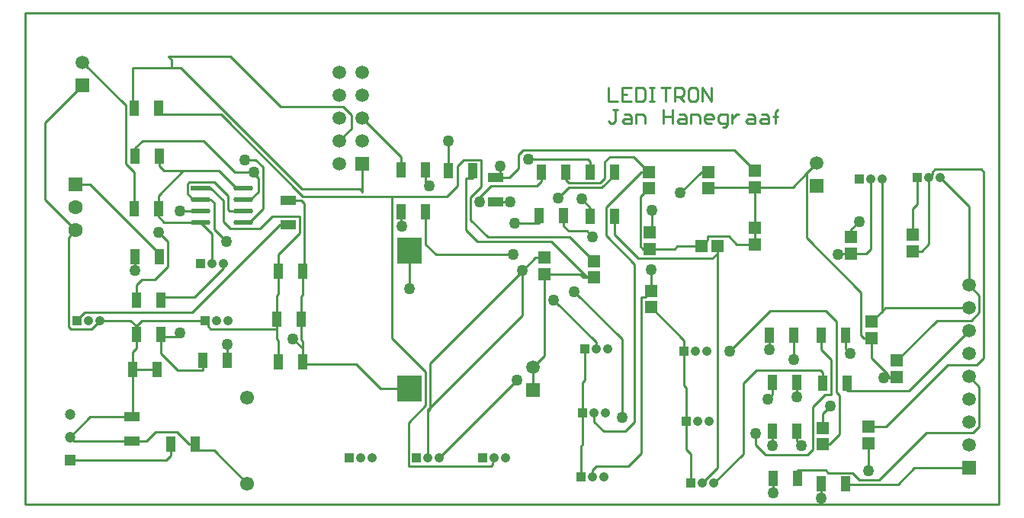
<source format=gtl>
%FSTAX23Y23*%
%MOIN*%
%SFA1B1*%

%IPPOS*%
%AMD19*
4,1,8,0.031300,0.011500,-0.031300,0.011500,-0.042800,0.000000,-0.042800,0.000000,-0.031300,-0.011500,0.031300,-0.011500,0.042800,0.000000,0.042800,0.000000,0.031300,0.011500,0.0*
1,1,0.022960,0.031300,0.000000*
1,1,0.022960,-0.031300,0.000000*
1,1,0.022960,-0.031300,0.000000*
1,1,0.022960,0.031300,0.000000*
%
%ADD13C,0.010000*%
%ADD14R,0.055120X0.055120*%
%ADD15R,0.043310X0.066930*%
%ADD16R,0.055120X0.055120*%
%ADD17R,0.066930X0.043310*%
%ADD18R,0.109840X0.114960*%
G04~CAMADD=19~8~0.0~0.0~855.9~229.7~114.8~0.0~15~0.0~0.0~0.0~0.0~0~0.0~0.0~0.0~0.0~0~0.0~0.0~0.0~0.0~855.9~229.7*
%ADD19D19*%
%ADD20R,0.085590X0.022970*%
%ADD36C,0.041340*%
%ADD37R,0.041340X0.041340*%
%ADD38R,0.059060X0.059060*%
%ADD39C,0.059060*%
%ADD40C,0.061020*%
%ADD41C,0.062990*%
%ADD42R,0.062990X0.062990*%
%ADD43R,0.047240X0.047240*%
%ADD44C,0.047240*%
%ADD45C,0.050000*%
%LNpcb1-1*%
%LPD*%
G54D13*
X01005Y0104D02*
X0526D01*
X01005Y0319D02*
X0526D01*
Y0104D02*
Y0319D01*
X01005Y0104D02*
Y0319D01*
X01645Y02955D02*
Y02985D01*
X0163Y03D02*
X01645Y02985D01*
X0163Y03D02*
X019D01*
X0212Y0278*
X02395*
X0243Y02745*
Y02685D02*
Y02745D01*
X02378Y02633D02*
X0243Y02685D01*
X02378Y0263D02*
Y02633D01*
X04359Y02429D02*
X0442Y0249D01*
X03445Y02034D02*
X0346D01*
X04705Y0168D02*
X04775Y0161D01*
X04777Y01605*
X04785Y01593*
X02932Y02468D02*
X02961D01*
X01804Y0182D02*
Y01845D01*
X02105Y01763D02*
Y01809D01*
X01475Y01423D02*
Y0163D01*
X01596Y01773D02*
X01662D01*
X03144Y0227D02*
X0325D01*
X04591Y01128D02*
X04819D01*
X04381Y0119D02*
X04502D01*
X04596Y01536D02*
X04866D01*
X0475Y01885D02*
X04765Y019D01*
X01596Y01947D02*
X01744D01*
X01997Y02494D02*
X02022Y02469D01*
X01997Y02494D02*
X02003D01*
X01921D02*
X01997D01*
X03744Y0223D02*
Y02328D01*
X03177Y02061D02*
X03235Y0212D01*
X02774Y01659D02*
X03177Y02061D01*
Y02065*
Y01868D02*
Y02061D01*
X02774Y01465D02*
X03177Y01868D01*
X02765Y01456D02*
X02774Y01465D01*
Y01659*
Y01456D02*
Y01465D01*
X02765Y01446D02*
Y01456D01*
X02608Y02388D02*
X02847D01*
X02218D02*
X02608D01*
X0403Y02139D02*
Y0217D01*
Y01201D02*
Y02139D01*
X03081Y0247D02*
X0312D01*
X03081D02*
Y0252D01*
X02216Y01653D02*
X02451D01*
X02216Y01723D02*
Y01755D01*
Y01665D02*
Y01723D01*
X01611Y025D02*
X01695D01*
X04669Y01769D02*
X04705D01*
X04658Y0178D02*
X04669Y01769D01*
X04658Y0178D02*
Y01969D01*
X0442Y02208D02*
X04658Y01969D01*
X0442Y02208D02*
Y0249D01*
X04465Y02535*
X04785Y01593D02*
X04815Y01599D01*
X04758Y01593D02*
X04785D01*
X04705Y0168D02*
Y01769D01*
X02961Y02468D02*
Y025D01*
X02931Y02467D02*
X02932Y02468D01*
X02931Y0224D02*
Y02467D01*
Y0224D02*
X02981Y0219D01*
X03304*
X0346Y02034*
X0349*
X03702Y02159D02*
X03735D01*
X03692Y0217D02*
X03702Y02159D01*
X03692Y0217D02*
Y02386D01*
X0373Y02424*
X01596Y01773D02*
Y01785D01*
Y01702D02*
Y01773D01*
Y01702D02*
X01671Y01627D01*
X0178*
Y0167*
X0177Y02375D02*
X01814D01*
X01829Y0236*
Y02245D02*
Y0236D01*
Y02245D02*
X01885Y0219D01*
X01662Y01773D02*
X01679Y0179D01*
X04363Y01675D02*
Y0178D01*
X04376Y01316D02*
Y0136D01*
Y01316D02*
X04396Y01297D01*
X0427Y01521D02*
Y01575D01*
X0425Y01501D02*
X0427Y01521D01*
X02815Y01245D02*
X03155Y01585D01*
X0168Y02325D02*
X0177D01*
X01586Y02231D02*
X01628Y0219D01*
Y0208D02*
Y0219D01*
X01571Y02023D02*
X01628Y0208D01*
X01513Y02023D02*
X01571D01*
X0149Y02D02*
X01513Y02023D01*
X0149Y01935D02*
Y02D01*
X01485Y02565D02*
Y026D01*
X01516Y02631*
X01784*
X01921Y02494*
X02022Y02409D02*
Y02469D01*
X01987Y02375D02*
X02022Y02409D01*
X01956Y02375D02*
X01987D01*
X01886Y0167D02*
Y0174D01*
X0349Y01402D02*
Y0144D01*
Y01402D02*
X03532Y0136D01*
X03628*
X03668Y014*
Y02092*
X03544Y02216D02*
X03668Y02092D01*
X03544Y02216D02*
Y02342D01*
X03697Y02495*
X0373*
X03735Y0223D02*
X03744D01*
X03385Y0221D02*
X0349Y02105D01*
X02892Y02521D02*
X0292Y02549D01*
X02892Y02433D02*
Y02521D01*
X02608Y01766D02*
Y02388D01*
Y01766D02*
X02754Y0162D01*
Y01475D02*
Y0162D01*
X02679Y01399D02*
X02754Y01475D01*
X02679Y01209D02*
Y01399D01*
Y01209D02*
X03044D01*
X03055Y01245*
X01586Y02763D02*
Y02775D01*
Y02763D02*
X01602Y02746D01*
X0186*
X02218Y02388*
X02847D02*
X02892Y02433D01*
X0292Y02549D02*
X02998D01*
Y0243D02*
Y02549D01*
X02951Y02383D02*
X02998Y0243D01*
X02951Y02285D02*
Y02383D01*
Y02285D02*
X03026Y0221D01*
X03385*
X0374Y01975D02*
Y02069D01*
X02753Y02452D02*
X02771Y02434D01*
X02753Y02452D02*
Y02504D01*
X03614Y01422D02*
Y01763D01*
X03405Y01972D02*
X03614Y01763D01*
X03867Y02403D02*
X03959Y02495D01*
X01963Y02549D02*
X0201D01*
X02043Y02516*
Y02335D02*
Y02516D01*
X01983Y02275D02*
X02043Y02335D01*
X01956Y02275D02*
X01983D01*
X0469Y01188D02*
Y01309D01*
Y0138D02*
X04767D01*
X05037Y0165*
X05165*
X05195Y0168*
Y02495*
X05184Y02506D02*
X05195Y02495D01*
X0498Y02506D02*
X05184D01*
X04969Y02495D02*
X0498Y02506D01*
X04969Y02484D02*
Y02495D01*
X04955Y0247D02*
X04969Y02484D01*
X04615Y02139D02*
X0468D01*
X047Y02159*
Y02465*
X0513Y02D02*
X05175Y01955D01*
Y0188D02*
Y01955D01*
X0514Y01845D02*
X05175Y0188D01*
X0499Y01845D02*
X0514D01*
X04815Y0167D02*
X0499Y01845D01*
X04765Y019D02*
X0513D01*
X0475Y01885D02*
Y02465D01*
X04705Y0184D02*
X0475Y01885D01*
X04376Y01512D02*
X04376Y01512D01*
Y01575*
X03275Y0169D02*
Y02049D01*
X03225Y0164D02*
X03275Y0169D01*
X0149Y01723D02*
Y01785D01*
X01475Y01708D02*
X0149Y01723D01*
X01475Y0163D02*
Y01708D01*
X0147Y01423D02*
X01475D01*
X02105Y01763D02*
X0211Y01758D01*
Y01665D02*
Y01758D01*
Y0196D02*
Y0206D01*
X02105Y01955D02*
X0211Y0196D01*
X02105Y0185D02*
Y01955D01*
X0179Y01845D02*
X01804D01*
Y0182D02*
X01815Y01809D01*
X02105*
Y0185*
X0312Y0247D02*
X0316Y0251D01*
Y02571*
X0318Y02591*
X04103*
X04195Y025*
X03475Y02495D02*
Y0254D01*
X03464Y02551D02*
X03475Y0254D01*
X03204Y02551D02*
X03464D01*
X0306Y02364D02*
X03123D01*
X0306Y02363D02*
X0306Y02364D01*
X03475Y023D02*
Y02338D01*
X03436Y02377D02*
X03475Y02338D01*
X0343Y02049D02*
X03445Y02034D01*
X03275Y02049D02*
X0343D01*
X04955Y0218D02*
Y0247D01*
X04924Y02149D02*
X04955Y0218D01*
X04885Y02149D02*
X04924D01*
X04596Y01536D02*
Y0157D01*
X04866Y01536D02*
X0513Y018D01*
X0449Y01375D02*
Y01438D01*
X04524Y01472*
X04556Y02133D02*
X04562Y02139D01*
X04615*
X04591Y0172D02*
Y0178D01*
Y0172D02*
X04611Y017D01*
X04084Y0171D02*
X0426Y01886D01*
X04505*
X04551Y0184*
Y0153D02*
Y0184D01*
Y0153D02*
X04564Y01517D01*
Y01348D02*
Y01517D01*
X0452Y01304D02*
X04564Y01348D01*
X0449Y01304D02*
X0452D01*
X03712Y01947D02*
X0374Y01975D01*
X03697Y01947D02*
X03712D01*
X03697Y01263D02*
Y01947D01*
X0364Y01206D02*
X03697Y01263D01*
X035Y01206D02*
X0364D01*
X03485Y01191D02*
X035Y01206D01*
X03485Y0116D02*
Y01191D01*
X0346Y02236D02*
X03485Y02211D01*
X0338Y02236D02*
X0346D01*
X03356Y02259D02*
X0338Y02236D01*
X03356Y02259D02*
Y02305D01*
X03959Y02495D02*
X0399D01*
X028Y02133D02*
X03137D01*
X02755Y02178D02*
X028Y02133D01*
X02755Y02178D02*
Y0232D01*
X035Y0172D02*
Y0175D01*
X03315Y01935D02*
X035Y0175D01*
X0306Y0247D02*
X03081D01*
X03581Y02482D02*
Y02495D01*
X03525Y02426D02*
X03581Y02482D01*
X0338Y02426D02*
X03525D01*
X03334Y0238D02*
X0338Y02426D01*
X03664Y02561D02*
X0373Y02495D01*
X03559Y02561D02*
X03664D01*
X03538Y0254D02*
X03559Y02561D01*
X03538Y02468D02*
Y0254D01*
X03516Y02446D02*
X03538Y02468D01*
X03379Y02446D02*
X03516D01*
X03366Y0246D02*
X03379Y02446D01*
X03366Y0246D02*
Y02495D01*
X04485Y01067D02*
Y0113D01*
Y01717D02*
Y0178D01*
Y01717D02*
X04527Y01675D01*
Y01521D02*
Y01675D01*
X04501Y01521D02*
X04527D01*
X04447Y01467D02*
X04501Y01521D01*
X04447Y0128D02*
Y01467D01*
X04424Y01257D02*
X04447Y0128D01*
X0424Y01257D02*
X04424D01*
X04197Y013D02*
X0424Y01257D01*
X04197Y013D02*
Y01351D01*
X04891Y012D02*
X0513D01*
X04819Y01128D02*
X04891Y012D01*
X04591Y01128D02*
Y0113D01*
X0513Y016D02*
X05175Y01555D01*
Y0138D02*
Y01555D01*
X05148Y01353D02*
X05175Y0138D01*
X04943Y01353D02*
X05148D01*
X04738Y01148D02*
X04943Y01353D01*
X0465Y01148D02*
X04738D01*
X04619Y01179D02*
X0465Y01148D01*
X04513Y01179D02*
X04619D01*
X04502Y0119D02*
X04513Y01179D01*
X04381Y01155D02*
Y0119D01*
X0325Y0227D02*
Y02305D01*
X02648Y02257D02*
X02649Y02257D01*
X02648Y02257D02*
Y0232D01*
X02855Y025D02*
Y02631D01*
X02685Y01983D02*
Y02152D01*
X03885Y0171D02*
Y01759D01*
X0374Y01904D02*
X03885Y01759D01*
X0326Y02453D02*
Y02495D01*
X0324Y02433D02*
X0326Y02453D01*
X03039Y02433D02*
X0324D01*
X02991Y02385D02*
X03039Y02433D01*
X02991Y02365D02*
Y02385D01*
X02765Y01245D02*
Y01446D01*
X02774Y01456*
X03235Y0212D02*
X03275D01*
X02216Y0206D02*
Y02085D01*
X02224Y02093*
Y02356*
X0221Y0237D02*
X02224Y02356D01*
X02155Y0237D02*
X0221D01*
X0123Y01845D02*
X01245Y0186D01*
Y01861*
X01265Y0188*
X01734*
X02117Y02263*
X02155*
X0211Y0206D02*
Y02133D01*
X02204Y02227*
Y02301*
X02082D02*
X02204D01*
X02029Y02248D02*
X02082Y02301D01*
X019Y02248D02*
X02029D01*
X01869Y02279D02*
X019Y02248D01*
X01869Y02279D02*
Y0237D01*
X01814Y02425D02*
X01869Y0237D01*
X0177Y02425D02*
X01814D01*
X04007Y02116D02*
X0403Y02139D01*
X03685Y02116D02*
X04007D01*
X03581Y0222D02*
X03685Y02116D01*
X03581Y0222D02*
Y023D01*
X01596Y01935D02*
Y01947D01*
X01744D02*
X0187Y02073D01*
Y02095*
X01485Y02063D02*
Y02125D01*
X01611Y02275D02*
X0177D01*
X01586Y023D02*
X01611Y02275D01*
X01586Y023D02*
Y02335D01*
X0182Y02095D02*
Y02225D01*
X0177Y02275D02*
X0182Y02225D01*
X02175Y01764D02*
X02216Y01723D01*
X04615Y0221D02*
Y02244D01*
X0465Y02279*
X0449Y0157D02*
Y01619D01*
X0448Y01629D02*
X0449Y01619D01*
X042Y01629D02*
X0448D01*
X04142Y01571D02*
X042Y01629D01*
X04142Y01262D02*
Y01571D01*
X04015Y01135D02*
X04142Y01262D01*
X02646Y02504D02*
Y02561D01*
X02478Y0273D02*
X02646Y02561D01*
X04195Y02429D02*
X04359D01*
X0133Y01845D02*
X01465D01*
X0149Y0182*
X04256Y01717D02*
X04257Y01717D01*
X04256Y01717D02*
Y0178D01*
X03852Y0217D02*
X0396D01*
X03842Y02159D02*
X03852Y0217D01*
X03735Y02159D02*
X03842D01*
X0513Y02D02*
Y02345D01*
X05005Y0247D02*
X0513Y02345D01*
X02216Y01653D02*
Y01665D01*
X02451Y01653D02*
X02556Y01547D01*
X02685*
X01515Y01845D02*
X0179D01*
X0149Y0182D02*
X01515Y01845D01*
X0149Y01785D02*
Y0182D01*
X0427Y01297D02*
Y0136D01*
X04113Y02179D02*
X04195D01*
X04079Y02213D02*
X04113Y02179D01*
X03988Y02213D02*
X04079D01*
X03988Y02198D02*
Y02213D01*
X0396Y0217D02*
X03988Y02198D01*
X04275Y01092D02*
Y01155D01*
X04905Y02355D02*
Y0247D01*
X04885Y02335D02*
X04905Y02355D01*
X04885Y0222D02*
Y02335D01*
X01719Y01305D02*
X01746D01*
X01666Y01358D02*
X01719Y01305D01*
X01575Y01358D02*
X01666D01*
X01534Y01316D02*
X01575Y01358D01*
X0147Y01316D02*
X01534D01*
X01475Y0163D02*
X01581D01*
X0345Y01585D02*
Y0172D01*
X0344Y01575D02*
X0345Y01585D01*
X0344Y0144D02*
Y01575D01*
Y01302D02*
Y0144D01*
X03435Y01297D02*
X0344Y01302D01*
X03435Y0116D02*
Y01297D01*
X03225Y0154D02*
Y0164D01*
X03885Y01562D02*
Y0171D01*
Y01562D02*
X03895Y01552D01*
Y01405D02*
Y01552D01*
Y0128D02*
Y01405D01*
Y0128D02*
X03915Y0126D01*
Y01135D02*
Y0126D01*
X04195Y0225D02*
Y02429D01*
Y02179D02*
Y0225D01*
X02216Y01957D02*
Y0206D01*
X02211Y01952D02*
X02216Y01957D01*
X02211Y0185D02*
Y01952D01*
Y0176D02*
Y0185D01*
Y0176D02*
X02216Y01755D01*
X01294Y01809D02*
X0133Y01845D01*
X01203Y01809D02*
X01294D01*
X01194Y01818D02*
X01203Y01809D01*
X01194Y01818D02*
Y02209D01*
X01225Y0224*
X0109Y02375D02*
X01225Y0224D01*
X0109Y02375D02*
Y0271D01*
X01255Y02875*
X0183Y01276D02*
X01975Y01132D01*
X01762Y01276D02*
X0183D01*
X01746Y01293D02*
X01762Y01276D01*
X01746Y01293D02*
Y01305D01*
X012Y01335D02*
X01218Y01316D01*
X0147*
X012Y01335D02*
X01288Y01423D01*
X0147*
X03995Y02429D02*
X04195D01*
X0399Y02424D02*
X03995Y02429D01*
X01738Y02375D02*
X0177D01*
X01712Y02401D02*
X01738Y02375D01*
X01712Y02401D02*
Y02442D01*
X0172Y02451*
X01829*
X0189Y0239*
Y02332D02*
Y0239D01*
Y02332D02*
X01898Y02325D01*
X01956*
X0148Y02335D02*
Y02493D01*
X01443Y0253D02*
X0148Y02493D01*
X01443Y0253D02*
Y02786D01*
X01255Y02975D02*
X01443Y02786D01*
X012Y01235D02*
X0162D01*
X0164Y01255*
Y01305*
X01225Y0244D02*
X01288D01*
X01591Y02136*
Y02125D02*
Y02136D01*
X03965Y01135D02*
Y01135D01*
X0403Y01201*
X01591Y0252D02*
Y02565D01*
Y0252D02*
X01611Y025D01*
X01851D02*
X01926Y02425D01*
X01956*
X01586Y02335D02*
Y02391D01*
X01695Y025*
X01851*
X01475Y0278D02*
Y0295D01*
X01685*
X02215Y0242*
X02466*
X02478Y02408*
Y0253*
X03555Y02865D02*
Y02805D01*
X03594*
X03654Y02865D02*
X03614D01*
Y02805*
X03654*
X03614Y02835D02*
X03634D01*
X03674Y02865D02*
Y02805D01*
X03704*
X03714Y02815*
Y02855*
X03704Y02865*
X03674*
X03734D02*
X03754D01*
X03744*
Y02805*
X03734*
X03754*
X03784Y02865D02*
X03824D01*
X03804*
Y02805*
X03844D02*
Y02865D01*
X03874*
X03884Y02855*
Y02835*
X03874Y02825*
X03844*
X03864D02*
X03884Y02805D01*
X03934Y02865D02*
X03914D01*
X03904Y02855*
Y02815*
X03914Y02805*
X03934*
X03944Y02815*
Y02855*
X03934Y02865*
X03964Y02805D02*
Y02865D01*
X04004Y02805*
Y02865*
X03594Y02769D02*
X03574D01*
X03584*
Y02719*
X03574Y02709*
X03565*
X03555Y02719*
X03624Y02749D02*
X03644D01*
X03654Y02739*
Y02709*
X03624*
X03614Y02719*
X03624Y02729*
X03654*
X03674Y02709D02*
Y02749D01*
X03704*
X03714Y02739*
Y02709*
X03794Y02769D02*
Y02709D01*
Y02739*
X03834*
Y02769*
Y02709*
X03864Y02749D02*
X03884D01*
X03894Y02739*
Y02709*
X03864*
X03854Y02719*
X03864Y02729*
X03894*
X03914Y02709D02*
Y02749D01*
X03944*
X03954Y02739*
Y02709*
X04004D02*
X03984D01*
X03974Y02719*
Y02739*
X03984Y02749*
X04004*
X04014Y02739*
Y02729*
X03974*
X04054Y0269D02*
X04064D01*
X04074Y027*
Y02749*
X04044*
X04034Y02739*
Y02719*
X04044Y02709*
X04074*
X04094Y02749D02*
Y02709D01*
Y02729*
X04104Y02739*
X04114Y02749*
X04124*
X04164D02*
X04184D01*
X04194Y02739*
Y02709*
X04164*
X04154Y02719*
X04164Y02729*
X04194*
X04224Y02749D02*
X04244D01*
X04254Y02739*
Y02709*
X04224*
X04214Y02719*
X04224Y02729*
X04254*
X04284Y02709D02*
Y02759D01*
Y02739*
X04274*
X04294*
X04284*
Y02759*
X04294Y02769*
G54D14*
X04885Y02149D03*
Y0222D03*
X04615Y02139D03*
Y0221D03*
X04815Y01599D03*
Y0167D03*
X04705Y01769D03*
Y0184D03*
X0469Y01309D03*
Y0138D03*
X0449Y01304D03*
Y01375D03*
X04195Y02179D03*
Y0225D03*
Y02429D03*
Y025D03*
X0399Y02424D03*
Y02495D03*
X0374Y01904D03*
Y01975D03*
X0349Y02034D03*
Y02105D03*
X03275Y02049D03*
Y0212D03*
X03735Y02159D03*
Y0223D03*
X0373Y02424D03*
Y02495D03*
G54D15*
X04591Y0113D03*
X04485D03*
X04596Y0157D03*
X0449D03*
X04591Y0178D03*
X04485D03*
X04381Y01155D03*
X04275D03*
X04376Y0136D03*
X0427D03*
X04376Y01575D03*
X0427D03*
X04363Y0178D03*
X04256D03*
X03581Y023D03*
X03475D03*
X03581Y02495D03*
X03475D03*
X03356Y02305D03*
X0325D03*
X03366Y02495D03*
X0326D03*
X02961Y025D03*
X02855D03*
X02755Y0232D03*
X02648D03*
X02753Y02504D03*
X02646D03*
X01586Y02775D03*
X0148D03*
X02216Y0206D03*
X0211D03*
X02211Y0185D03*
X02105D03*
X02216Y01665D03*
X0211D03*
X01591Y02565D03*
X01485D03*
X01586Y02335D03*
X0148D03*
X01591Y02125D03*
X01485D03*
X01596Y01935D03*
X0149D03*
X01886Y0167D03*
X0178D03*
X01746Y01305D03*
X0164D03*
X01581Y0163D03*
X01475D03*
X01596Y01785D03*
X0149D03*
G54D16*
X0396Y0217D03*
X0403D03*
G54D17*
X0306Y0247D03*
Y02363D03*
X02155Y0237D03*
Y02263D03*
X0147Y01423D03*
Y01316D03*
G54D18*
X02685Y01547D03*
Y02152D03*
G54D19*
X01956Y02425D03*
Y02375D03*
Y02325D03*
Y02275D03*
X0177D03*
Y02325D03*
Y02375D03*
G54D20*
X0177Y02425D03*
G54D36*
X03995Y01405D03*
X03945D03*
X03485Y0116D03*
X03535D03*
X04955Y0247D03*
X05005D03*
X047Y02465D03*
X0475D03*
X035Y0172D03*
X0355D03*
X03935Y0171D03*
X03985D03*
X03965Y01135D03*
X04015D03*
X03055Y01245D03*
X03105D03*
X02765D03*
X02815D03*
X0247D03*
X0252D03*
X0349Y0144D03*
X0354D03*
X0182Y02095D03*
X0187D03*
X0184Y01845D03*
X0189D03*
X0128D03*
X0133D03*
G54D37*
X03895Y01405D03*
X03435Y0116D03*
X04905Y0247D03*
X0465Y02465D03*
X0345Y0172D03*
X03885Y0171D03*
X03915Y01135D03*
X03005Y01245D03*
X02715D03*
X0242D03*
X0344Y0144D03*
X0177Y02095D03*
X0179Y01845D03*
X0123D03*
G54D38*
X04465Y02435D03*
X0513Y012D03*
X02478Y0253D03*
X03225Y0154D03*
X01255Y02875D03*
G54D39*
X04465Y02535D03*
X0513Y014D03*
Y015D03*
Y016D03*
Y017D03*
Y018D03*
Y019D03*
Y02D03*
Y013D03*
X02378Y0293D03*
X02478D03*
X02378Y0283D03*
X02478D03*
X02378Y0273D03*
X02478D03*
X02378Y0263D03*
X02478D03*
X02378Y0253D03*
X03225Y0164D03*
X01255Y02975D03*
G54D40*
X01975Y01132D03*
Y01507D03*
G54D41*
X01225Y0224D03*
Y0234D03*
G54D42*
X01225Y0244D03*
G54D43*
X012Y01235D03*
G54D44*
X012Y01335D03*
Y01435D03*
G54D45*
X04758Y01593D03*
X01885Y0219D03*
X01679Y0179D03*
X04363Y01675D03*
X04396Y01297D03*
X0425Y01501D03*
X03155Y01585D03*
X0168Y02325D03*
X01586Y02231D03*
X01886Y0174D03*
X02003Y02494D03*
X03744Y02328D03*
X0374Y02069D03*
X02771Y02434D03*
X03614Y01422D03*
X03405Y01972D03*
X01963Y02549D03*
X0469Y01188D03*
X04376Y01512D03*
X03204Y02551D03*
X03123Y02364D03*
X03436Y02377D03*
X04524Y01472D03*
X04556Y02133D03*
X04611Y017D03*
X04084Y0171D03*
X03485Y02211D03*
X03867Y02403D03*
X03137Y02133D03*
X03315Y01935D03*
X03081Y0252D03*
X03334Y0238D03*
X03177Y02065D03*
X04485Y01067D03*
X04197Y01351D03*
X03144Y0227D03*
X02649Y02257D03*
X02855Y02631D03*
X02685Y01983D03*
X02991Y02365D03*
X01485Y02063D03*
X02175Y01764D03*
X0465Y02279D03*
X04257Y01717D03*
X0427Y01297D03*
X04275Y01092D03*
M02*
</source>
